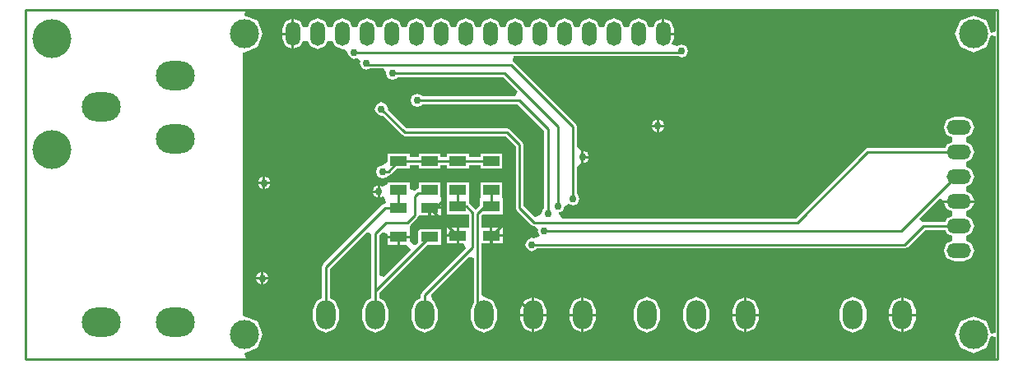
<source format=gtl>
G04 Layer_Physical_Order=1*
G04 Layer_Color=255*
%FSLAX43Y43*%
%MOMM*%
G71*
G01*
G75*
%ADD10R,1.800X1.100*%
%ADD11R,1.750X1.050*%
%ADD12C,0.254*%
%ADD13O,2.500X1.500*%
%ADD14O,2.000X3.000*%
%ADD15C,3.000*%
%ADD16O,1.500X2.500*%
%ADD17O,4.000X3.000*%
%ADD18C,4.000*%
%ADD19C,0.750*%
G36*
X144145Y92172D02*
X143637Y92071D01*
X143554Y92272D01*
X143135Y93283D01*
X141792Y93839D01*
X140450Y93283D01*
X139894Y91941D01*
X140450Y90598D01*
X141792Y90042D01*
X143135Y90598D01*
X143554Y91609D01*
X143637Y91811D01*
X144145Y91709D01*
Y61172D01*
X143637Y61071D01*
X143554Y61272D01*
X143135Y62283D01*
X141792Y62839D01*
X140450Y62283D01*
X139894Y60941D01*
X140450Y59598D01*
X141792Y59042D01*
X143135Y59598D01*
X143554Y60609D01*
X143637Y60811D01*
X144145Y60709D01*
Y58547D01*
X66966D01*
X66792Y59042D01*
X68135Y59598D01*
X68691Y60941D01*
X68135Y62283D01*
X66792Y62839D01*
X66675Y62918D01*
Y89964D01*
X66792Y90042D01*
X68135Y90598D01*
X68691Y91941D01*
X68135Y93283D01*
X66792Y93839D01*
X66772Y93853D01*
X66852Y94361D01*
X144145D01*
Y92172D01*
D02*
G37*
%LPC*%
G36*
X118237Y64797D02*
X117404Y64452D01*
X117007Y63492D01*
Y63119D01*
X118237D01*
Y64797D01*
D02*
G37*
G36*
X118491D02*
Y63119D01*
X119721D01*
Y63492D01*
X119324Y64452D01*
X118491Y64797D01*
D02*
G37*
G36*
X134366D02*
X133533Y64452D01*
X133136Y63492D01*
Y63119D01*
X134366D01*
Y64797D01*
D02*
G37*
G36*
X96647D02*
Y63119D01*
X97877D01*
Y63492D01*
X97480Y64452D01*
X96647Y64797D01*
D02*
G37*
G36*
X101473D02*
X100640Y64452D01*
X100243Y63492D01*
Y63119D01*
X101473D01*
Y64797D01*
D02*
G37*
G36*
X101727D02*
Y63119D01*
X102957D01*
Y63492D01*
X102560Y64452D01*
X101727Y64797D01*
D02*
G37*
G36*
X68510Y67373D02*
X68156Y67226D01*
X68009Y66872D01*
X68510D01*
Y67373D01*
D02*
G37*
G36*
X68764D02*
Y66872D01*
X69265D01*
X69118Y67226D01*
X68764Y67373D01*
D02*
G37*
G36*
X82550Y70890D02*
X81523D01*
Y70213D01*
X82550D01*
Y70890D01*
D02*
G37*
G36*
X134620Y64797D02*
Y63119D01*
X135850D01*
Y63492D01*
X135453Y64452D01*
X134620Y64797D01*
D02*
G37*
G36*
X68510Y66618D02*
X68009D01*
X68156Y66264D01*
X68510Y66117D01*
Y66618D01*
D02*
G37*
G36*
X69265D02*
X68764D01*
Y66117D01*
X69118Y66264D01*
X69265Y66618D01*
D02*
G37*
G36*
X96393Y62865D02*
X95163D01*
Y62492D01*
X95560Y61532D01*
X96393Y61187D01*
Y62865D01*
D02*
G37*
G36*
X97877D02*
X96647D01*
Y61187D01*
X97480Y61532D01*
X97877Y62492D01*
Y62865D01*
D02*
G37*
G36*
X101473D02*
X100243D01*
Y62492D01*
X100640Y61532D01*
X101473Y61187D01*
Y62865D01*
D02*
G37*
G36*
X108204Y64849D02*
X107244Y64452D01*
X106847Y63492D01*
Y62492D01*
X107244Y61532D01*
X108204Y61135D01*
X109164Y61532D01*
X109561Y62492D01*
Y63492D01*
X109164Y64452D01*
X108204Y64849D01*
D02*
G37*
G36*
X113284D02*
X112324Y64452D01*
X111927Y63492D01*
Y62492D01*
X112324Y61532D01*
X113284Y61135D01*
X114244Y61532D01*
X114641Y62492D01*
Y63492D01*
X114244Y64452D01*
X113284Y64849D01*
D02*
G37*
G36*
X129413D02*
X128453Y64452D01*
X128056Y63492D01*
Y62492D01*
X128453Y61532D01*
X129413Y61135D01*
X130373Y61532D01*
X130770Y62492D01*
Y63492D01*
X130373Y64452D01*
X129413Y64849D01*
D02*
G37*
G36*
X134366Y62865D02*
X133136D01*
Y62492D01*
X133533Y61532D01*
X134366Y61187D01*
Y62865D01*
D02*
G37*
G36*
X135850D02*
X134620D01*
Y61187D01*
X135453Y61532D01*
X135850Y62492D01*
Y62865D01*
D02*
G37*
G36*
X96393Y64797D02*
X95560Y64452D01*
X95163Y63492D01*
Y63119D01*
X96393D01*
Y64797D01*
D02*
G37*
G36*
X102957Y62865D02*
X101727D01*
Y61187D01*
X102560Y61532D01*
X102957Y62492D01*
Y62865D01*
D02*
G37*
G36*
X118237D02*
X117007D01*
Y62492D01*
X117404Y61532D01*
X118237Y61187D01*
Y62865D01*
D02*
G37*
G36*
X119721D02*
X118491D01*
Y61187D01*
X119324Y61532D01*
X119721Y62492D01*
Y62865D01*
D02*
G37*
G36*
X101727Y79876D02*
Y79375D01*
X102228D01*
X102081Y79729D01*
X101727Y79876D01*
D02*
G37*
G36*
X109220Y82328D02*
X108719D01*
X108866Y81974D01*
X109220Y81827D01*
Y82328D01*
D02*
G37*
G36*
X109975D02*
X109474D01*
Y81827D01*
X109828Y81974D01*
X109975Y82328D01*
D02*
G37*
G36*
X68961Y77209D02*
Y76708D01*
X69462D01*
X69315Y77062D01*
X68961Y77209D01*
D02*
G37*
G36*
X102228Y79121D02*
X101727D01*
Y78620D01*
X102081Y78767D01*
X102228Y79121D01*
D02*
G37*
G36*
X93331Y79597D02*
X91073D01*
Y79230D01*
X89902D01*
Y79597D01*
X87644D01*
Y79230D01*
X86981D01*
Y79597D01*
X84723D01*
Y79230D01*
X83806D01*
Y79597D01*
X81548D01*
Y78738D01*
X81040Y78399D01*
X81026Y78405D01*
X80545Y78205D01*
X80345Y77724D01*
X80545Y77243D01*
X81026Y77043D01*
X81507Y77243D01*
X81536Y77312D01*
X81583D01*
X81875Y77432D01*
X82481Y78039D01*
X83806D01*
Y78406D01*
X84723D01*
Y78039D01*
X86981D01*
Y78406D01*
X87644D01*
Y78039D01*
X89902D01*
Y78406D01*
X91073D01*
Y78039D01*
X93331D01*
Y79597D01*
D02*
G37*
G36*
X71665Y93475D02*
X71024Y93209D01*
X70706Y92441D01*
Y92068D01*
X71665D01*
Y93475D01*
D02*
G37*
G36*
X110019D02*
Y92068D01*
X110979D01*
Y92441D01*
X110661Y93209D01*
X110019Y93475D01*
D02*
G37*
G36*
X107352Y93527D02*
X106584Y93209D01*
X106357Y92662D01*
X105807D01*
X105581Y93209D01*
X104812Y93527D01*
X104044Y93209D01*
X103817Y92662D01*
X103267D01*
X103041Y93209D01*
X102272Y93527D01*
X101504Y93209D01*
X101277Y92662D01*
X100727D01*
X100501Y93209D01*
X99732Y93527D01*
X98964Y93209D01*
X98737Y92662D01*
X98187D01*
X97961Y93209D01*
X97192Y93527D01*
X96424Y93209D01*
X96197Y92662D01*
X95647D01*
X95421Y93209D01*
X94652Y93527D01*
X93884Y93209D01*
X93657Y92662D01*
X93107D01*
X92881Y93209D01*
X92112Y93527D01*
X91344Y93209D01*
X91117Y92662D01*
X90567D01*
X90341Y93209D01*
X89572Y93527D01*
X88804Y93209D01*
X88577Y92662D01*
X88027D01*
X87801Y93209D01*
X87032Y93527D01*
X86264Y93209D01*
X86037Y92662D01*
X85487D01*
X85261Y93209D01*
X84492Y93527D01*
X83724Y93209D01*
X83497Y92662D01*
X82947D01*
X82721Y93209D01*
X81952Y93527D01*
X81184Y93209D01*
X80957Y92662D01*
X80407D01*
X80181Y93209D01*
X79412Y93527D01*
X78644Y93209D01*
X78417Y92662D01*
X77867D01*
X77641Y93209D01*
X76872Y93527D01*
X76104Y93209D01*
X75877Y92662D01*
X75327D01*
X75101Y93209D01*
X74332Y93527D01*
X73564Y93209D01*
X73337Y92662D01*
X72787D01*
X72561Y93209D01*
X71919Y93475D01*
Y91941D01*
Y90407D01*
X72561Y90672D01*
X72787Y91219D01*
X73337D01*
X73564Y90672D01*
X74332Y90354D01*
X75101Y90672D01*
X75327Y91219D01*
X75877D01*
X76104Y90672D01*
X76872Y90354D01*
X77030Y90419D01*
X77423Y90044D01*
X77428Y90034D01*
X77624Y89562D01*
X78105Y89362D01*
X78384Y89478D01*
X78772Y89089D01*
X78694Y88900D01*
X78894Y88419D01*
X79375Y88219D01*
X79716Y88361D01*
X81101D01*
X81384Y87938D01*
X81361Y87884D01*
X81561Y87403D01*
X82042Y87203D01*
X82523Y87403D01*
X82552Y87472D01*
X93428D01*
X94889Y86010D01*
X94679Y85502D01*
X85092D01*
X85063Y85571D01*
X84582Y85771D01*
X84101Y85571D01*
X83901Y85090D01*
X84101Y84609D01*
X84582Y84409D01*
X85063Y84609D01*
X85092Y84678D01*
X94952D01*
X97632Y81998D01*
Y73916D01*
X97563Y73887D01*
X97363Y73406D01*
X96960Y73113D01*
X96657Y73090D01*
X95535Y74212D01*
Y80518D01*
X95415Y80810D01*
X94145Y82080D01*
X93853Y82200D01*
X83483D01*
X81551Y84132D01*
X81580Y84201D01*
X81380Y84682D01*
X80899Y84882D01*
X80418Y84682D01*
X80218Y84201D01*
X80418Y83720D01*
X80899Y83520D01*
X80968Y83549D01*
X83020Y81496D01*
X83312Y81376D01*
X93682D01*
X94711Y80347D01*
Y74041D01*
X94831Y73749D01*
X96355Y72225D01*
X96647Y72105D01*
X96722D01*
X97005Y71682D01*
X96982Y71628D01*
X97182Y71147D01*
X97167Y71083D01*
X96590Y70830D01*
X96393Y70912D01*
X95912Y70712D01*
X95712Y70231D01*
X95912Y69750D01*
X96393Y69550D01*
X96874Y69750D01*
X96903Y69819D01*
X134747D01*
X135039Y69939D01*
X136823Y71724D01*
X138919D01*
X139067Y71368D01*
X139614Y71141D01*
Y70591D01*
X139067Y70364D01*
X138748Y69596D01*
X139067Y68828D01*
X139835Y68509D01*
X140835D01*
X141603Y68828D01*
X141922Y69596D01*
X141603Y70364D01*
X141056Y70591D01*
Y71141D01*
X141603Y71368D01*
X141922Y72136D01*
X141603Y72904D01*
X141056Y73131D01*
Y73681D01*
X141603Y73908D01*
X141869Y74549D01*
X138801D01*
X139067Y73908D01*
X139614Y73681D01*
Y73131D01*
X139067Y72904D01*
X138919Y72548D01*
X136652D01*
X136543Y72503D01*
X136255Y72934D01*
X138341Y75019D01*
X138665Y74803D01*
X141869D01*
X141603Y75444D01*
X141056Y75671D01*
Y76221D01*
X141603Y76448D01*
X141922Y77216D01*
X141603Y77984D01*
X141056Y78211D01*
Y78761D01*
X141603Y78988D01*
X141922Y79756D01*
X141603Y80524D01*
X141056Y80751D01*
Y81301D01*
X141603Y81528D01*
X141922Y82296D01*
X141603Y83064D01*
X140835Y83383D01*
X139835D01*
X139067Y83064D01*
X138748Y82296D01*
X139067Y81528D01*
X139614Y81301D01*
Y80751D01*
X139067Y80524D01*
X138919Y80168D01*
X130937D01*
X130645Y80048D01*
X123527Y72929D01*
X99449D01*
X99136Y73437D01*
X99188Y73540D01*
X99541Y73687D01*
X99735Y74153D01*
X99780Y74189D01*
X100189Y74413D01*
X100584Y74249D01*
X101065Y74449D01*
X101265Y74930D01*
X101065Y75411D01*
X100996Y75440D01*
Y78267D01*
X101473Y78586D01*
Y79248D01*
Y79910D01*
X100996Y80229D01*
Y82423D01*
X100876Y82715D01*
X94526Y89065D01*
X94386Y89123D01*
X94487Y89631D01*
X111419D01*
X111760Y89489D01*
X112241Y89689D01*
X112441Y90170D01*
X112241Y90651D01*
X111760Y90851D01*
X111279Y90651D01*
X110838Y90875D01*
X110781Y90963D01*
X110979Y91441D01*
Y91814D01*
X109892D01*
Y91941D01*
X109765D01*
Y93475D01*
X109124Y93209D01*
X108897Y92662D01*
X108347D01*
X108121Y93209D01*
X107352Y93527D01*
D02*
G37*
G36*
X109220Y83083D02*
X108866Y82936D01*
X108719Y82582D01*
X109220D01*
Y83083D01*
D02*
G37*
G36*
X109474D02*
Y82582D01*
X109975D01*
X109828Y82936D01*
X109474Y83083D01*
D02*
G37*
G36*
X71665Y91814D02*
X70706D01*
Y91441D01*
X71024Y90672D01*
X71665Y90407D01*
Y91814D01*
D02*
G37*
G36*
X93356Y71948D02*
X92329D01*
Y71271D01*
X93356D01*
Y71948D01*
D02*
G37*
G36*
X87006Y73890D02*
X85979D01*
Y73213D01*
X87006D01*
Y73890D01*
D02*
G37*
G36*
X93331Y76647D02*
X91073D01*
Y75089D01*
X91073Y75089D01*
X91048Y74948D01*
X91048Y74948D01*
X91048Y74591D01*
Y74232D01*
X90632Y73816D01*
X90589Y73825D01*
X89978Y74436D01*
X89927Y74457D01*
X89927Y74948D01*
X89927Y74948D01*
X89902Y75089D01*
X89902Y75089D01*
Y76647D01*
X87644D01*
Y75089D01*
X87644Y75089D01*
X87619Y74948D01*
X87619Y74948D01*
X87619Y74591D01*
Y73340D01*
X89885D01*
Y71948D01*
X88900D01*
Y71144D01*
Y70340D01*
X89358D01*
X89569Y69832D01*
X85052Y65316D01*
X84932Y65024D01*
Y64678D01*
X84384Y64452D01*
X83987Y63492D01*
Y62492D01*
X84384Y61532D01*
X85344Y61135D01*
X86304Y61532D01*
X86701Y62492D01*
Y63492D01*
X86304Y64452D01*
X86141Y64519D01*
X86022Y65118D01*
X89923Y69020D01*
X90393Y68826D01*
Y64240D01*
X90083Y63492D01*
Y62492D01*
X90480Y61532D01*
X91440Y61135D01*
X92400Y61532D01*
X92797Y62492D01*
Y63492D01*
X92400Y64452D01*
X91440Y64849D01*
X91217Y64998D01*
Y70340D01*
X92075D01*
Y71144D01*
Y71948D01*
X91217D01*
Y73235D01*
X91322Y73340D01*
X93356D01*
Y74591D01*
X93356Y74948D01*
X93356Y74948D01*
X93331Y75089D01*
X93331Y75089D01*
Y76647D01*
D02*
G37*
G36*
X88646Y71017D02*
X87619D01*
Y70340D01*
X88646D01*
Y71017D01*
D02*
G37*
G36*
X93356D02*
X92329D01*
Y70340D01*
X93356D01*
Y71017D01*
D02*
G37*
G36*
X88646Y71948D02*
X87619D01*
Y71271D01*
X88646D01*
Y71948D01*
D02*
G37*
G36*
X68707Y76454D02*
X68206D01*
X68353Y76100D01*
X68707Y75953D01*
Y76454D01*
D02*
G37*
G36*
X69462D02*
X68961D01*
Y75953D01*
X69315Y76100D01*
X69462Y76454D01*
D02*
G37*
G36*
X68707Y77209D02*
X68353Y77062D01*
X68206Y76708D01*
X68707D01*
Y77209D01*
D02*
G37*
G36*
X80518Y75565D02*
X80017D01*
X80164Y75211D01*
X80518Y75064D01*
Y75565D01*
D02*
G37*
G36*
X86981Y76647D02*
X84723D01*
Y76008D01*
X84593Y75929D01*
X84417Y75857D01*
X84333Y75772D01*
X84307Y75756D01*
X83806Y75964D01*
Y76647D01*
X81548D01*
Y76416D01*
X81040Y76209D01*
X80772Y76320D01*
Y75692D01*
Y75064D01*
X81040Y75175D01*
X81154Y75156D01*
X81178Y75134D01*
X81372Y74604D01*
X81249Y74426D01*
X80964Y74309D01*
X74892Y68237D01*
X74772Y67945D01*
Y64678D01*
X74224Y64452D01*
X73827Y63492D01*
Y62492D01*
X74224Y61532D01*
X75184Y61135D01*
X76144Y61532D01*
X76541Y62492D01*
Y63492D01*
X76144Y64452D01*
X75596Y64678D01*
Y67774D01*
X79382Y71560D01*
X79687Y71439D01*
X79852Y71311D01*
Y65429D01*
Y64678D01*
X79304Y64452D01*
X78907Y63492D01*
Y62492D01*
X79304Y61532D01*
X80264Y61135D01*
X81224Y61532D01*
X81621Y62492D01*
Y63492D01*
X81224Y64452D01*
X80676Y64678D01*
Y65258D01*
X85631Y70213D01*
X87006D01*
Y71821D01*
X84698D01*
Y70446D01*
X84410Y70158D01*
X84279Y70154D01*
X83831Y70565D01*
X83831Y70686D01*
Y70890D01*
X82804D01*
Y70213D01*
X83331D01*
X83479Y70213D01*
X83890Y69765D01*
X83886Y69634D01*
X81146Y66894D01*
X80676Y67088D01*
Y71203D01*
X81015Y71542D01*
X81523Y71331D01*
Y71144D01*
X83831D01*
X83831Y71728D01*
X83838Y71856D01*
X83923Y72291D01*
X84620Y72987D01*
X84713Y73213D01*
X85725D01*
Y74017D01*
X85852D01*
Y74144D01*
X87006D01*
Y74821D01*
X87006Y74821D01*
X87006Y74821D01*
X86981Y75319D01*
Y76647D01*
D02*
G37*
G36*
X80518Y76320D02*
X80164Y76173D01*
X80017Y75819D01*
X80518D01*
Y76320D01*
D02*
G37*
%LPD*%
D10*
X82677Y74017D02*
D03*
Y71017D02*
D03*
X85852D02*
D03*
Y74017D02*
D03*
X88773Y74144D02*
D03*
Y71144D02*
D03*
X92202Y74144D02*
D03*
Y71144D02*
D03*
D11*
X82677Y78818D02*
D03*
Y75868D02*
D03*
X85852Y78818D02*
D03*
Y75868D02*
D03*
X88773Y78818D02*
D03*
Y75868D02*
D03*
X92202Y78818D02*
D03*
Y75868D02*
D03*
D12*
X90297Y69977D02*
Y73533D01*
X85344Y65024D02*
X90297Y69977D01*
X85344Y62992D02*
Y65024D01*
X81583Y77724D02*
X82677Y78818D01*
X81026Y77724D02*
X81583D01*
X97663Y71628D02*
X134366D01*
X139954Y77216D01*
X140335D01*
X96393Y70231D02*
X134747D01*
X136652Y72136D01*
X140335D01*
X130937Y79756D02*
X140335D01*
X123698Y72517D02*
X130937Y79756D01*
X96647Y72517D02*
X123698D01*
X95123Y74041D02*
X96647Y72517D01*
X95123Y74041D02*
Y80518D01*
X93853Y81788D02*
X95123Y80518D01*
X83312Y81788D02*
X93853D01*
X80899Y84201D02*
X83312Y81788D01*
X98044Y73406D02*
Y82169D01*
X95123Y85090D02*
X98044Y82169D01*
X84582Y85090D02*
X95123D01*
X99060Y74168D02*
Y82423D01*
X93599Y87884D02*
X99060Y82423D01*
X82042Y87884D02*
X93599D01*
X100584Y74930D02*
Y82423D01*
X94234Y88773D02*
X100584Y82423D01*
X79502Y88773D02*
X94234D01*
X111633Y90043D02*
X111760Y90170D01*
X78105Y90043D02*
X111633D01*
X96520Y62992D02*
X101600D01*
X92202Y67310D02*
X96520Y62992D01*
X92202Y67310D02*
Y71144D01*
X88773Y78818D02*
X92202D01*
X85852D02*
X88773D01*
X82677D02*
X85852D01*
X93726Y72668D02*
Y76708D01*
X93345Y77089D02*
X93726Y76708D01*
X87757Y77089D02*
X93345D01*
X87376Y76708D02*
X87757Y77089D01*
X87376Y74930D02*
Y76708D01*
X86463Y74017D02*
X87376Y74930D01*
X92202Y74144D02*
Y75868D01*
Y71144D02*
X93726Y72668D01*
X85852Y74017D02*
X86463D01*
X90805Y63627D02*
X91440Y62992D01*
X90805Y63627D02*
Y73406D01*
X91543Y74144D01*
X92202D01*
X88773D02*
X89686D01*
X90297Y73533D01*
X87884Y71144D02*
Y71477D01*
X88725Y71144D02*
X88773D01*
X85852Y74017D02*
X88725Y71144D01*
X83566Y72517D02*
X84328Y73279D01*
X81407Y72517D02*
X83566D01*
X80264Y71374D02*
X81407Y72517D01*
X80264Y65429D02*
Y71374D01*
X84328Y73279D02*
Y75184D01*
X84709Y75565D01*
X85549D01*
X80264Y62992D02*
Y65429D01*
X85852Y71017D01*
X85549Y75565D02*
X85852Y75868D01*
X81256Y74017D02*
X82677D01*
X75184Y67945D02*
X81256Y74017D01*
X75184Y62992D02*
Y67945D01*
X82677Y71017D02*
X83844D01*
X85852Y73025D01*
Y74017D01*
Y71017D02*
Y71374D01*
X88773Y74144D02*
Y75868D01*
X82677Y74017D02*
Y75868D01*
X79375Y88900D02*
X79502Y88773D01*
X144292Y58441D02*
Y94441D01*
X44292Y58441D02*
X144292D01*
X44292D02*
Y94441D01*
X144292D01*
D13*
X140335Y74676D02*
D03*
Y77216D02*
D03*
Y79756D02*
D03*
Y82296D02*
D03*
Y69596D02*
D03*
Y72136D02*
D03*
D14*
X101600Y62992D02*
D03*
X91440D02*
D03*
X96520D02*
D03*
X85344D02*
D03*
X75184D02*
D03*
X80264D02*
D03*
X118364D02*
D03*
X108204D02*
D03*
X113284D02*
D03*
X129413D02*
D03*
X134493D02*
D03*
D15*
X141792Y91941D02*
D03*
Y60941D02*
D03*
X66792D02*
D03*
Y91941D02*
D03*
D16*
X76872D02*
D03*
X79412D02*
D03*
X81952D02*
D03*
X84492D02*
D03*
X87032D02*
D03*
X89572D02*
D03*
X92112D02*
D03*
X94652D02*
D03*
X97192D02*
D03*
X99732D02*
D03*
X102272D02*
D03*
X104812D02*
D03*
X107352D02*
D03*
X109892D02*
D03*
X71792D02*
D03*
X74332D02*
D03*
D17*
X52070Y62230D02*
D03*
X59690D02*
D03*
Y81153D02*
D03*
X52070Y84430D02*
D03*
X59690Y87630D02*
D03*
D18*
X46990Y80010D02*
D03*
Y91440D02*
D03*
D19*
X109347Y82455D02*
D03*
X68834Y76581D02*
D03*
X68637Y66745D02*
D03*
X101600Y79248D02*
D03*
X80645Y75692D02*
D03*
X81026Y77724D02*
D03*
X80899Y84201D02*
D03*
X97663Y71628D02*
D03*
X96393Y70231D02*
D03*
X78105Y90043D02*
D03*
X111760Y90170D02*
D03*
X79375Y88900D02*
D03*
X84582Y85090D02*
D03*
X82042Y87884D02*
D03*
X98044Y73406D02*
D03*
X100584Y74930D02*
D03*
X99060Y74168D02*
D03*
M02*

</source>
